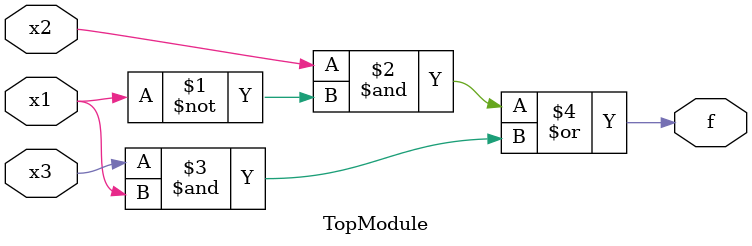
<source format=sv>
module TopModule(
    input logic x3,
    input logic x2,
    input logic x1,
    output logic f
);

    // Combinational logic for output f
    assign f = (x2 & ~x1) | (x3 & x1);

endmodule
</source>
